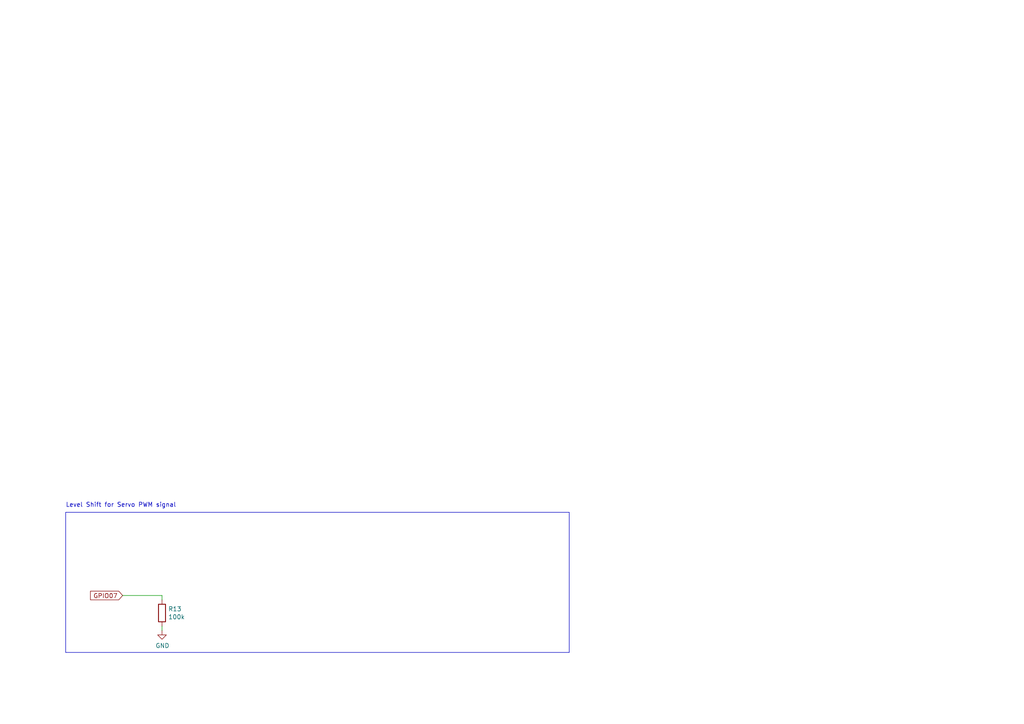
<source format=kicad_sch>
(kicad_sch (version 20231120) (generator "eeschema") (generator_version "8.0")
  (paper "A4")
  (title_block (title "Open Source Educational Baseboard") (date "2020-06-30") (rev "1.1") (company "NVIDIA"))
  (lib_symbols
    (symbol "Device:R" (pin_numbers hide) (pin_names (offset 0))
      (property "Reference" "R" (at 2.032 0 90))
      (property "Value" "R" (at 0 0 90))
      (symbol "R_0_1"
        (rectangle (start -1.016 -2.54) (end 1.016 2.54) (stroke (width 0.254)))
      )
      (symbol "R_1_1"
        (pin passive line (at 0 3.81 270) (length 1.27) (name "~") (number "1"))
        (pin passive line (at 0 -3.81 90) (length 1.27) (name "~") (number "2"))
      )
    )
    (symbol "power:GND" (power) (pin_names (offset 0))
      (property "Value" "GND" (at 0 -3.81 0))
      (symbol "GND_0_1"
        (polyline (pts (xy 0 0) (xy 0 -1.27) (xy 1.27 -1.27) (xy 0 -2.54) (xy -1.27 -1.27) (xy 0 -1.27)))
      )
      (symbol "GND_1_1"
        (pin power_in line (at 0 0 270) (length 0) hide (name "GND") (number "1"))
      )
    )
  )
  (wire (pts (xy 46.99 172.72) (xy 46.99 173.99)))
  (polyline (pts (xy 19.05 148.59) (xy 19.05 189.23)))
  (polyline (pts (xy 165.1 189.23) (xy 165.1 148.59)))
  (wire (pts (xy 35.56 172.72) (xy 46.99 172.72)))
  (wire (pts (xy 46.99 181.61) (xy 46.99 182.88)))
  (polyline (pts (xy 19.05 148.59) (xy 165.1 148.59)))
  (polyline (pts (xy 19.05 189.23) (xy 165.1 189.23)))
  (text "Level Shift for Servo PWM signal" (at 19.05 147.32 0) (effects (font (size 1.27 1.27)) (justify left bottom)))
  (global_label "GPIO07" (shape input) (at 35.56 172.72 180) (property "Intersheetrefs" "${INTERSHEET_REFS}" (effects (hide yes))))
  (symbol (lib_id "power:GND") (at 46.99 182.88 0) (unit 1)
    (property "Reference" "#PWR043" (effects (hide yes)))
    (property "Value" "GND" (at 47.117 187.2742 0))
  )
  (symbol (lib_id "Device:R") (at 46.99 177.8 0) (unit 1)
    (property "Reference" "R13" (at 48.768 176.6316 0) (effects (justify left)))
    (property "Value" "100k" (at 48.768 178.943 0) (effects (justify left)))
    (property "Footprint" "Resistor_SMD:R_0402_1005Metric" (effects (hide yes)))
    (property "MPN" "0402WGF1003TCE" (effects (hide yes)))
    (property "Manufacturer" "C25741" (effects (hide yes)))
    (property "Package" "0402" (effects (hide yes)))
  )
)
</source>
